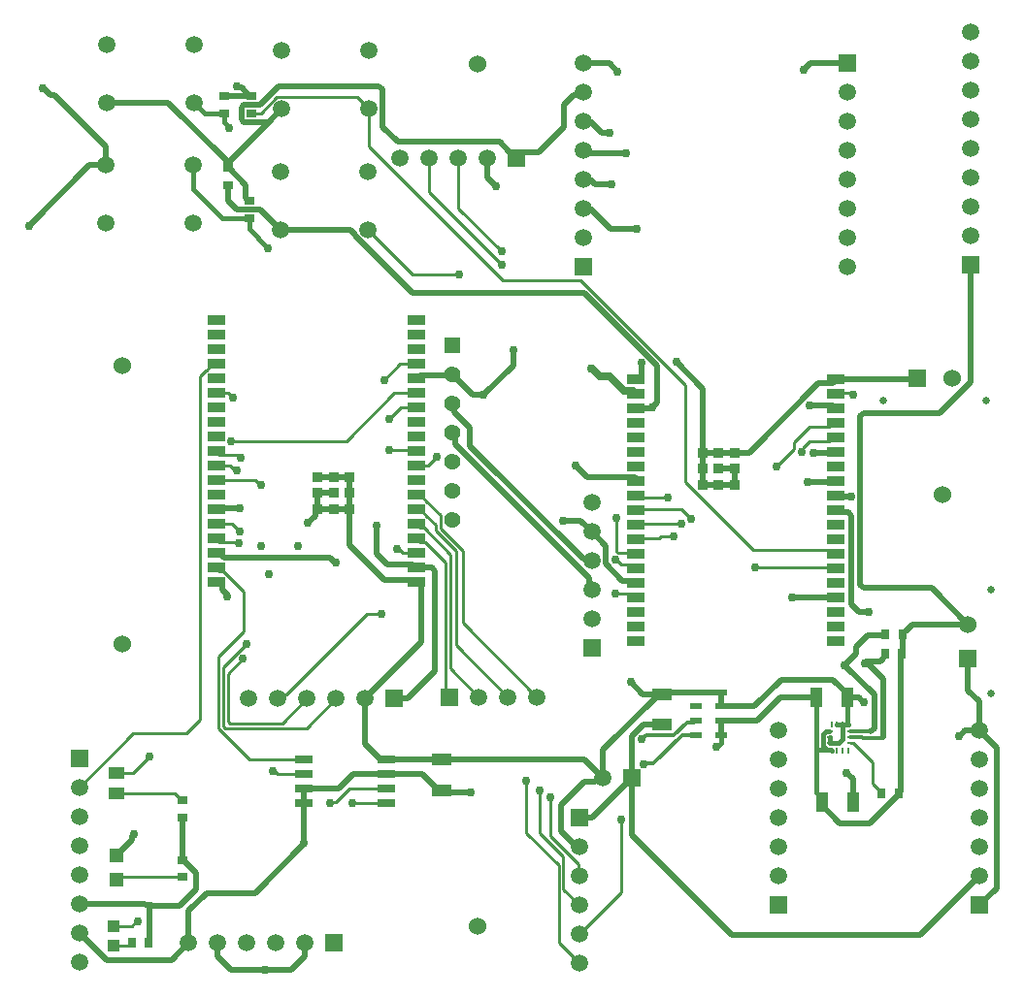
<source format=gtl>
G04*
G04 #@! TF.GenerationSoftware,Altium Limited,Altium Designer,22.2.1 (43)*
G04*
G04 Layer_Physical_Order=1*
G04 Layer_Color=255*
%FSLAX25Y25*%
%MOIN*%
G70*
G04*
G04 #@! TF.SameCoordinates,BF82E168-2CF8-4A2D-AB3A-859FEF8C30B5*
G04*
G04*
G04 #@! TF.FilePolarity,Positive*
G04*
G01*
G75*
%ADD14C,0.01000*%
%ADD18R,0.05906X0.03543*%
%ADD19R,0.03543X0.03543*%
%ADD20R,0.04331X0.02362*%
%ADD21R,0.04700X0.04700*%
%ADD22R,0.02756X0.03543*%
%ADD23R,0.05512X0.03937*%
%ADD24R,0.03937X0.04331*%
%ADD25R,0.00984X0.01870*%
%ADD26R,0.01870X0.00984*%
%ADD27R,0.06496X0.02559*%
%ADD28R,0.03543X0.02756*%
%ADD29R,0.06693X0.04331*%
%ADD30R,0.04331X0.06693*%
%ADD54C,0.01200*%
%ADD55C,0.01900*%
%ADD56C,0.01500*%
%ADD57C,0.02500*%
%ADD58C,0.05906*%
%ADD59R,0.05906X0.05906*%
%ADD60R,0.05906X0.05906*%
%ADD61C,0.02500*%
%ADD62C,0.06024*%
%ADD63R,0.06024X0.06024*%
%ADD64C,0.05610*%
%ADD65R,0.05610X0.05610*%
%ADD66C,0.06000*%
%ADD67R,0.06024X0.06024*%
%ADD68C,0.03000*%
D14*
X208277Y-191580D02*
X214551D01*
X222430Y-186580D02*
X223048Y-185962D01*
X227300D01*
X230013Y-181580D02*
X230259Y-181826D01*
X214551Y-181580D02*
X230013D01*
X168900Y-98100D02*
X195499D01*
X231400Y-134001D01*
Y-167318D02*
Y-134001D01*
X122900Y-52100D02*
X168900Y-98100D01*
X122900Y-52100D02*
Y-39148D01*
X268649Y-153751D02*
X274108Y-148292D01*
X262807Y-162007D02*
X268649Y-156165D01*
Y-153751D01*
X209520Y-195749D02*
X211938D01*
X207393Y-194163D02*
X207934D01*
X209520Y-195749D01*
X207691Y-190995D02*
X208277Y-191580D01*
X207691Y-190995D02*
Y-179909D01*
X207800Y-179800D01*
X211938Y-195749D02*
X213209Y-197020D01*
X214551Y-186580D02*
X222430D01*
X271572Y-156907D02*
X271955Y-156524D01*
Y-155545D02*
X274208Y-153292D01*
X271955Y-156524D02*
Y-155545D01*
X274108Y-148292D02*
X280835D01*
X85347Y-168412D02*
X85888D01*
X83736Y-166800D02*
X85347Y-168412D01*
X78659Y-158900D02*
X78750D01*
X283668Y-167200D02*
X283769Y-167100D01*
X229980Y-176580D02*
X233300Y-179900D01*
X42959Y-318500D02*
X43500D01*
X35000Y-319953D02*
X41505D01*
X42959Y-318500D01*
X213209Y-197020D02*
X214390D01*
X149100Y-239700D02*
X150600Y-241200D01*
X149100Y-239700D02*
Y-194900D01*
X142272Y-188072D02*
X149100Y-194900D01*
X141772Y-183072D02*
X150900Y-192200D01*
Y-231500D02*
X160600Y-241200D01*
X150900Y-231500D02*
Y-192200D01*
X145847Y-184047D02*
X152800Y-191000D01*
Y-223400D02*
X170600Y-241200D01*
X152800Y-223400D02*
Y-191000D01*
X147447Y-183385D02*
X155200Y-191137D01*
Y-215800D02*
X180600Y-241200D01*
X155200Y-215800D02*
Y-191137D01*
X118847Y-35095D02*
X122900Y-39148D01*
X82300Y-40600D02*
X85716D01*
X91221Y-35095D02*
X118847D01*
X85716Y-40600D02*
X91221Y-35095D01*
X153400Y-73200D02*
X168300Y-88100D01*
X153400Y-73200D02*
Y-56100D01*
X143400Y-67700D02*
Y-56100D01*
Y-67700D02*
X168500Y-92800D01*
X137900Y-96100D02*
X153700D01*
X122500Y-80700D02*
X137900Y-96100D01*
X128000Y-132200D02*
X133400Y-126800D01*
X70300Y-166800D02*
X83736D01*
X77772Y-188072D02*
X78100Y-188400D01*
X71572Y-188072D02*
X77772D01*
X215771Y-172800D02*
X225400D01*
X209600Y-308200D02*
Y-283500D01*
X111363Y-277421D02*
X116084Y-272700D01*
X109679Y-277421D02*
X111363D01*
X116084Y-272700D02*
X128873D01*
X109400Y-277700D02*
X109679Y-277421D01*
X79800Y-218783D02*
Y-205020D01*
X72852Y-198072D02*
X79800Y-205020D01*
X71182Y-227401D02*
X79800Y-218783D01*
X70300Y-196800D02*
X71572Y-198072D01*
X72852D01*
X71182Y-252059D02*
X81823Y-262700D01*
X71182Y-252059D02*
Y-227401D01*
X81823Y-262700D02*
X100527D01*
X73368Y-251982D02*
X101318D01*
X72782Y-251396D02*
Y-231118D01*
Y-251396D02*
X73368Y-251982D01*
X74400Y-249614D02*
Y-233337D01*
Y-249614D02*
X74986Y-250200D01*
X93100D01*
X72782Y-231118D02*
X80900Y-223000D01*
X74400Y-233337D02*
X79589Y-228149D01*
X64800Y-249056D02*
Y-131020D01*
X60090Y-253766D02*
X64800Y-249056D01*
X66892Y-128928D02*
X66991D01*
X64800Y-131020D02*
X66892Y-128928D01*
X66991D02*
X69119Y-126800D01*
X41934Y-253766D02*
X60090D01*
X231400Y-167318D02*
X254831Y-190749D01*
X207528Y-205828D02*
X213799D01*
X207400Y-205700D02*
X207528Y-205828D01*
X213799D02*
X214551Y-206580D01*
X91600Y-241700D02*
X92927D01*
X94376Y-240251D01*
X122100Y-212600D02*
X127200D01*
X94376Y-240251D02*
X94449D01*
X122100Y-212600D01*
X115100Y-153300D02*
X131600Y-136800D01*
X139198D01*
X75500Y-153300D02*
X115100D01*
X140469Y-188072D02*
X142272D01*
X139198Y-186800D02*
X140469Y-188072D01*
Y-183072D02*
X141772D01*
X139198Y-181800D02*
X140469Y-183072D01*
X147447Y-183385D02*
Y-178770D01*
X145847Y-184047D02*
Y-182170D01*
X142543Y-173866D02*
X147447Y-178770D01*
X139198Y-171800D02*
X140379D01*
X142507Y-178928D02*
X142606D01*
X145847Y-182170D01*
X140379Y-171800D02*
X142444Y-173866D01*
X142543D01*
X140379Y-176800D02*
X142507Y-178928D01*
X139198Y-176800D02*
X140379D01*
X214551Y-176580D02*
X229980D01*
X215171Y-172200D02*
X215771Y-172800D01*
X274208Y-153292D02*
X280835D01*
X282107Y-152020D01*
X280835Y-148292D02*
X282107Y-147020D01*
X70300Y-176800D02*
X70700Y-176400D01*
X75700Y-181800D02*
X78300Y-184400D01*
X283068Y-196800D02*
X283288Y-197020D01*
X255400Y-196800D02*
X283068D01*
X176900Y-288044D02*
Y-270000D01*
Y-288044D02*
X188000Y-299144D01*
X181500Y-287863D02*
Y-273400D01*
X89900Y-266700D02*
X90441D01*
X91441Y-267700D01*
X100527D01*
X129900Y-145800D02*
X133900Y-141800D01*
X139198D01*
X129900Y-156500D02*
X138898D01*
X254831Y-190749D02*
X282016D01*
X283288Y-192020D01*
X132500Y-190400D02*
X133041D01*
X134441Y-191800D02*
X139198D01*
X133041Y-190400D02*
X134441Y-191800D01*
X195100Y-322700D02*
X209600Y-308200D01*
X188000Y-325600D02*
Y-299144D01*
Y-325600D02*
X195100Y-332700D01*
X189600Y-307200D02*
Y-295963D01*
X194733Y-302333D02*
Y-298833D01*
X185000Y-289100D02*
Y-275700D01*
X194733Y-302333D02*
X195100Y-302700D01*
X185000Y-289100D02*
X194733Y-298833D01*
X181500Y-287863D02*
X189600Y-295963D01*
Y-307200D02*
X195100Y-312700D01*
X282107Y-147020D02*
X283288D01*
X282107Y-152020D02*
X283288D01*
X93100Y-250200D02*
X101600Y-241700D01*
X79589Y-228149D02*
Y-227989D01*
X101318Y-251982D02*
X111600Y-241700D01*
X70300Y-136800D02*
X74400D01*
X76000Y-138400D01*
X70300Y-186800D02*
X71572Y-188072D01*
X70300Y-181800D02*
X75700D01*
X40469Y-326646D02*
X41347Y-325768D01*
Y-325746D01*
X35000Y-326646D02*
X40469D01*
X37000Y-303100D02*
X58700D01*
X36200Y-303900D02*
X37000Y-303100D01*
X56006Y-274443D02*
X58306Y-276743D01*
X36200Y-274443D02*
X56006D01*
X58306Y-276743D02*
X58700D01*
X41943Y-267357D02*
X47600Y-261700D01*
X36200Y-267357D02*
X41943D01*
X76859Y-163500D02*
X77400D01*
X75159Y-161800D02*
X76859Y-163500D01*
X70300Y-161800D02*
X75159D01*
X70300Y-156800D02*
X71572Y-158072D01*
X77830D01*
X78659Y-158900D01*
X288659Y-137500D02*
X289200D01*
X289169Y-257068D02*
X295900Y-263800D01*
Y-271059D02*
X298747Y-273906D01*
X295900Y-271059D02*
Y-263800D01*
X288193Y-257068D02*
X289169D01*
X298747Y-274300D02*
Y-273906D01*
X287739Y-136580D02*
X288659Y-137500D01*
X283449Y-136580D02*
X287739D01*
X138898Y-156500D02*
X139198Y-156800D01*
Y-161800D02*
X143100D01*
X146200Y-158700D01*
X133400Y-126800D02*
X139198D01*
X23500Y-272200D02*
X41934Y-253766D01*
X69119Y-126800D02*
X70300D01*
X117250Y-277650D02*
X128823D01*
X117200Y-277600D02*
X117250Y-277650D01*
X128823D02*
X128873Y-277700D01*
D18*
X283288Y-197020D02*
D03*
Y-132020D02*
D03*
Y-137020D02*
D03*
Y-142020D02*
D03*
Y-147020D02*
D03*
Y-152020D02*
D03*
Y-157020D02*
D03*
Y-162020D02*
D03*
Y-167020D02*
D03*
Y-172020D02*
D03*
Y-177020D02*
D03*
Y-182020D02*
D03*
Y-187020D02*
D03*
Y-192020D02*
D03*
Y-202020D02*
D03*
Y-207020D02*
D03*
Y-212020D02*
D03*
Y-217020D02*
D03*
Y-222020D02*
D03*
X214390D02*
D03*
Y-217020D02*
D03*
Y-212020D02*
D03*
Y-207020D02*
D03*
Y-202020D02*
D03*
Y-197020D02*
D03*
Y-192020D02*
D03*
Y-187020D02*
D03*
Y-182020D02*
D03*
Y-177020D02*
D03*
Y-172020D02*
D03*
Y-167020D02*
D03*
Y-162020D02*
D03*
Y-157020D02*
D03*
Y-152020D02*
D03*
Y-147020D02*
D03*
Y-142020D02*
D03*
Y-137020D02*
D03*
Y-132020D02*
D03*
X70300Y-201800D02*
D03*
Y-196800D02*
D03*
Y-191800D02*
D03*
Y-186800D02*
D03*
Y-181800D02*
D03*
Y-176800D02*
D03*
Y-171800D02*
D03*
Y-166800D02*
D03*
Y-161800D02*
D03*
Y-156800D02*
D03*
Y-151800D02*
D03*
Y-146800D02*
D03*
Y-141800D02*
D03*
Y-136800D02*
D03*
Y-131800D02*
D03*
Y-126800D02*
D03*
Y-121800D02*
D03*
Y-116800D02*
D03*
Y-111800D02*
D03*
X139198D02*
D03*
Y-116800D02*
D03*
Y-121800D02*
D03*
Y-126800D02*
D03*
Y-131800D02*
D03*
Y-136800D02*
D03*
Y-141800D02*
D03*
Y-146800D02*
D03*
Y-151800D02*
D03*
Y-156800D02*
D03*
Y-161800D02*
D03*
Y-166800D02*
D03*
Y-171800D02*
D03*
Y-176800D02*
D03*
Y-181800D02*
D03*
Y-186800D02*
D03*
Y-191800D02*
D03*
Y-196800D02*
D03*
Y-201800D02*
D03*
D19*
X237422Y-162729D02*
D03*
Y-157217D02*
D03*
X242934D02*
D03*
X248446D02*
D03*
Y-162729D02*
D03*
Y-168241D02*
D03*
X242934D02*
D03*
X237422D02*
D03*
X242934Y-162729D02*
D03*
X116166Y-171091D02*
D03*
Y-176603D02*
D03*
X110654D02*
D03*
X105142D02*
D03*
Y-171091D02*
D03*
Y-165579D02*
D03*
X110654D02*
D03*
X116166D02*
D03*
X110654Y-171091D02*
D03*
D20*
X243631Y-254282D02*
D03*
Y-249361D02*
D03*
Y-244439D02*
D03*
Y-239518D02*
D03*
X234969D02*
D03*
Y-244439D02*
D03*
Y-249361D02*
D03*
Y-254282D02*
D03*
D21*
X36200Y-303900D02*
D03*
Y-295600D02*
D03*
D22*
X300095Y-219800D02*
D03*
X306000D02*
D03*
X300047Y-226500D02*
D03*
X305953D02*
D03*
X304653Y-274300D02*
D03*
X298747D02*
D03*
X41347Y-325746D02*
D03*
X47253D02*
D03*
D23*
X36200Y-274443D02*
D03*
Y-267357D02*
D03*
D24*
X35000Y-319953D02*
D03*
Y-326646D02*
D03*
D25*
X287553Y-250523D02*
D03*
X285584D02*
D03*
X283616D02*
D03*
X281647D02*
D03*
Y-259677D02*
D03*
X283616D02*
D03*
X285584D02*
D03*
X287553D02*
D03*
D26*
X281008Y-253132D02*
D03*
Y-255100D02*
D03*
Y-257068D02*
D03*
X288193D02*
D03*
Y-255100D02*
D03*
Y-253132D02*
D03*
D27*
X128873Y-277700D02*
D03*
Y-272700D02*
D03*
Y-267700D02*
D03*
Y-262700D02*
D03*
X100527D02*
D03*
Y-267700D02*
D03*
Y-272700D02*
D03*
Y-277700D02*
D03*
D28*
X58700Y-297195D02*
D03*
Y-303100D02*
D03*
Y-282649D02*
D03*
Y-276743D02*
D03*
X74400Y-59450D02*
D03*
Y-65355D02*
D03*
X81800Y-70695D02*
D03*
Y-76600D02*
D03*
X73200Y-34694D02*
D03*
Y-40600D02*
D03*
X82300Y-34694D02*
D03*
Y-40600D02*
D03*
D29*
X223500Y-250815D02*
D03*
Y-240185D02*
D03*
X147900Y-273300D02*
D03*
Y-262670D02*
D03*
D30*
X289015Y-277200D02*
D03*
X278385D02*
D03*
X287000Y-241300D02*
D03*
X276370D02*
D03*
D54*
X218003Y-254300D02*
X227600D01*
X232008Y-249892D01*
X216400Y-255800D02*
X216503D01*
X218003Y-254300D01*
X232008Y-249892D02*
X234438D01*
X234969Y-249361D01*
X220450Y-264150D02*
X230318Y-254282D01*
X217257Y-264150D02*
X220450D01*
X217150Y-264257D02*
X217257Y-264150D01*
X292334Y-255281D02*
X299118D01*
X292153Y-255100D02*
X292334Y-255281D01*
X288193Y-255100D02*
X292153D01*
X299118Y-255281D02*
X299300Y-255100D01*
X288193Y-253132D02*
X295069D01*
X299619Y-226928D02*
X300047Y-226500D01*
X299619Y-227987D02*
Y-226928D01*
X299834Y-220060D02*
X300095Y-219800D01*
X230318Y-254282D02*
X234969D01*
D55*
X213100Y-269000D02*
Y-254787D01*
X217072Y-250815D02*
X223500D01*
X213100Y-254787D02*
X217072Y-250815D01*
X57800Y-313100D02*
X63415Y-307485D01*
X47400Y-313100D02*
X57800D01*
X63415Y-307485D02*
Y-301516D01*
X196400Y-73500D02*
X198900D01*
X196400Y-63500D02*
X198900D01*
X196400Y-53500D02*
X197400Y-54500D01*
X196400Y-43500D02*
X198900D01*
X272200Y-25800D02*
X274500Y-23500D01*
X287200D01*
X189700Y-37827D02*
X193260Y-34266D01*
X189700Y-45400D02*
Y-37827D01*
X181203Y-53897D02*
X189700Y-45400D01*
X193260Y-34266D02*
X195634D01*
X196400Y-33500D01*
X175603Y-53897D02*
X181203D01*
X196400Y-23500D02*
X205400D01*
X208100Y-26200D01*
X173400Y-56100D02*
X175603Y-53897D01*
X74400Y-70600D02*
Y-65355D01*
Y-70600D02*
X77422Y-73623D01*
X85422D01*
X92500Y-80700D01*
X221700Y-140137D02*
Y-127200D01*
X220200Y-141800D02*
Y-141637D01*
X221700Y-140137D01*
X220090Y-141910D02*
X220200Y-141800D01*
X216341Y-141910D02*
X220090D01*
X216012Y-141580D02*
X216341Y-141910D01*
X137800Y-102200D02*
X196700D01*
X120803Y-85203D02*
X137800Y-102200D01*
X120635Y-85203D02*
X120803D01*
X196700Y-102200D02*
X221700Y-127200D01*
X116300Y-80700D02*
X117997Y-82397D01*
Y-82565D02*
X120635Y-85203D01*
X216393Y-131199D02*
Y-126604D01*
X117997Y-82565D02*
Y-82397D01*
X216393Y-126604D02*
X216592Y-126406D01*
X214390Y-132020D02*
X215572D01*
X216393Y-131199D01*
X205900Y-80500D02*
X214803D01*
X204102Y-195502D02*
Y-189302D01*
X199300Y-184500D02*
X204102Y-189302D01*
X200400Y-65000D02*
X206000D01*
X198900Y-63500D02*
X200400Y-65000D01*
X197849Y-165749D02*
X214141D01*
X193800Y-161700D02*
X197849Y-165749D01*
X75189Y-59022D02*
Y-56859D01*
X74761Y-59450D02*
X75189Y-59022D01*
Y-56859D02*
X88520Y-43528D01*
X73785Y-59022D02*
X74213Y-59450D01*
X53957Y-36858D02*
X73785Y-56685D01*
Y-59022D02*
Y-56685D01*
X74213Y-59450D02*
X74794D01*
X32698Y-36858D02*
X53957D01*
X79886Y-43528D02*
X88520D01*
X92900Y-39148D01*
X291191Y-241500D02*
X292603Y-242912D01*
X287200Y-241500D02*
X291191D01*
X292603Y-242912D02*
X292812D01*
X287000Y-241300D02*
X287200Y-241500D01*
X287487Y-177776D02*
X288600Y-178889D01*
X284044Y-177776D02*
X287487D01*
X283288Y-177020D02*
X284044Y-177776D01*
X288600Y-209400D02*
Y-178889D01*
Y-209400D02*
X291100Y-211900D01*
X294500D01*
X293057Y-229566D02*
X293461Y-229162D01*
X157500Y-154900D02*
Y-148600D01*
X151500Y-140467D02*
X152210Y-141177D01*
Y-143310D02*
Y-141177D01*
Y-143310D02*
X157500Y-148600D01*
Y-154900D02*
X196334Y-193734D01*
X290275Y-226325D02*
Y-223925D01*
X286200Y-230400D02*
X296300Y-240500D01*
X286200Y-230400D02*
X290275Y-226325D01*
Y-223925D02*
X294140Y-220060D01*
X296300Y-251900D02*
Y-240500D01*
X198534Y-193734D02*
X199300Y-194500D01*
X196334Y-193734D02*
X198534D01*
X109615Y-193478D02*
X111037Y-194900D01*
X111300D01*
X70300Y-191800D02*
X71481D01*
X73159Y-193478D01*
X109615D01*
X295069Y-253132D02*
X296300Y-251900D01*
X293461Y-229162D02*
X299300Y-235000D01*
Y-255100D02*
Y-235000D01*
X298445Y-229162D02*
X299619Y-227987D01*
X293461Y-229162D02*
X298445D01*
X294140Y-220060D02*
X299834D01*
X273500Y-167200D02*
X283668D01*
X274300Y-141000D02*
X282268D01*
X274243Y-140943D02*
X274300Y-141000D01*
X277239Y-133292D02*
X282016D01*
X248446Y-157217D02*
X253314D01*
X277239Y-133292D01*
X242934Y-157217D02*
X248446D01*
X291600Y-202687D02*
Y-144691D01*
X316111Y-203800D02*
X328600Y-216289D01*
X292713Y-203800D02*
X316111D01*
X291600Y-202687D02*
X292713Y-203800D01*
X305953Y-226500D02*
X305976Y-226476D01*
X305300Y-227153D02*
X305953Y-226500D01*
X100600Y-291200D02*
Y-277773D01*
Y-291700D02*
Y-291200D01*
X47326Y-325673D02*
Y-313174D01*
X47400Y-313100D01*
X47253Y-325746D02*
X47326Y-325673D01*
X59522Y-297622D02*
X63415Y-301516D01*
X59128Y-297622D02*
X59522D01*
X58700Y-297195D02*
X59128Y-297622D01*
X71481Y-201800D02*
X72303Y-202622D01*
Y-204362D02*
X73989Y-206048D01*
Y-206590D02*
X74200Y-206800D01*
X73989Y-206590D02*
Y-206048D01*
X72303Y-204362D02*
Y-202622D01*
X195600Y-180800D02*
X199300Y-184500D01*
X209799Y-201199D02*
X213569D01*
X204102Y-195502D02*
X209799Y-201199D01*
X213569D02*
X214390Y-202020D01*
X140128Y-201800D02*
X140800Y-202472D01*
X121600Y-241700D02*
X140800Y-222500D01*
Y-202472D01*
X104321Y-178979D02*
Y-177425D01*
X105142Y-176603D01*
X101900Y-181400D02*
X104321Y-178979D01*
X188800Y-287484D02*
Y-278300D01*
Y-287484D02*
X194016Y-292700D01*
X195100D01*
X188800Y-278300D02*
X196832Y-270268D01*
X200505D01*
X201773Y-269000D02*
X203100D01*
X200505Y-270268D02*
X201773Y-269000D01*
X196770Y-262670D02*
X203100Y-269000D01*
X255161Y-244439D02*
X264300Y-235300D01*
X282181D02*
X287000Y-240119D01*
X264300Y-235300D02*
X282181D01*
X110654Y-176603D02*
X116166D01*
X287000Y-241300D02*
Y-240119D01*
X222319Y-240185D02*
X223500D01*
X203100Y-259404D02*
X222319Y-240185D01*
X105142Y-176603D02*
X110654D01*
X216785Y-240185D02*
X222319D01*
X212700Y-236100D02*
X216785Y-240185D01*
X105142Y-165579D02*
X110654D01*
X243631Y-244439D02*
X255161D01*
X234969Y-239518D02*
X243631D01*
X223500Y-240185D02*
X224167Y-239518D01*
X147900Y-262670D02*
X196770D01*
X138327Y-200930D02*
X139198Y-201800D01*
X116166Y-188966D02*
Y-176603D01*
X105142D02*
Y-171091D01*
X243631Y-244439D02*
Y-239518D01*
X147870Y-262700D02*
X147900Y-262670D01*
X116166Y-188966D02*
X128130Y-200930D01*
X110654Y-165579D02*
X116166D01*
X105142Y-171091D02*
X110654D01*
X128873Y-262700D02*
X147870D01*
X126905D02*
X128873D01*
X116166Y-171091D02*
Y-165579D01*
X224167Y-239518D02*
X234969D01*
X121600Y-257395D02*
X126905Y-262700D01*
X128130Y-200930D02*
X138327D01*
X203100Y-269000D02*
Y-259404D01*
X121600Y-257395D02*
Y-241700D01*
X116166Y-176603D02*
Y-171091D01*
X318822Y-143578D02*
X329300Y-133100D01*
Y-92700D01*
X292713Y-143578D02*
X318822D01*
X291600Y-144691D02*
X292713Y-143578D01*
X284169Y-172300D02*
X288300D01*
X294746Y-284600D02*
X304653Y-274694D01*
X278385Y-278381D02*
X284604Y-284600D01*
X294746D01*
X55000Y-331600D02*
X60800Y-325800D01*
X32900Y-331600D02*
X55000D01*
X23500Y-322200D02*
X32900Y-331600D01*
X125600Y-191900D02*
Y-182500D01*
X129228Y-195528D02*
X137926D01*
X125600Y-191900D02*
X129228Y-195528D01*
X139198Y-196800D02*
X144387D01*
X137926Y-195528D02*
X139198Y-196800D01*
X144387D02*
X145500Y-197913D01*
Y-232253D02*
Y-197913D01*
X136053Y-241700D02*
X145500Y-232253D01*
X172300Y-127200D02*
Y-122336D01*
X172618Y-122018D01*
X162000Y-137500D02*
X172300Y-127200D01*
X131600Y-241700D02*
X136053D01*
X11056Y-31960D02*
X13333Y-34237D01*
X10650Y-31960D02*
X11056D01*
X13333Y-34237D02*
X14737D01*
X32600Y-52100D01*
X126287Y-31200D02*
X127400Y-32313D01*
Y-37280D02*
X127403Y-37283D01*
X127400Y-41016D02*
X127403Y-41013D01*
X127400Y-45200D02*
Y-41016D01*
X85428Y-37672D02*
X91900Y-31200D01*
X127400Y-37280D02*
Y-32313D01*
X127403Y-41013D02*
Y-37283D01*
X91900Y-31200D02*
X126287D01*
X79886Y-37672D02*
X85428D01*
X78978Y-42620D02*
X79886Y-43528D01*
X78978Y-42620D02*
Y-38580D01*
X79886Y-37672D01*
X170947Y-53647D02*
X173400Y-56100D01*
X132700Y-50500D02*
X167800D01*
X74794Y-59450D02*
X80528Y-65184D01*
X127400Y-45200D02*
X132700Y-50500D01*
X167800D02*
X170947Y-53647D01*
X170947D01*
X80528Y-69816D02*
X81406Y-70695D01*
X80528Y-69816D02*
Y-65184D01*
X81406Y-70695D02*
X81800D01*
X173400Y-56100D02*
Y-56100D01*
X163400Y-62700D02*
Y-56100D01*
Y-62700D02*
X166300Y-65600D01*
X78995Y-31783D02*
X81906Y-34694D01*
X77683Y-31783D02*
X78995D01*
X77300Y-31400D02*
X77683Y-31783D01*
X73200Y-34694D02*
X81906D01*
X82300D01*
X92500Y-80700D02*
X116300D01*
X286900Y-267313D02*
X289015Y-269428D01*
X286900Y-267313D02*
Y-267300D01*
X289015Y-277200D02*
Y-269428D01*
X32600Y-58410D02*
Y-52100D01*
X26890Y-58410D02*
X32600D01*
X6000Y-79300D02*
X26890Y-58410D01*
X268200Y-207100D02*
X282329D01*
X152439Y-154311D02*
Y-151406D01*
Y-154311D02*
X198361Y-200234D01*
X151500Y-150467D02*
X152439Y-151406D01*
X198361Y-203561D02*
X199300Y-204500D01*
X198361Y-203561D02*
Y-200234D01*
X189600Y-180800D02*
X195600D01*
X148600Y-274000D02*
X157700D01*
X147900Y-273300D02*
X148600Y-274000D01*
X146719Y-273300D02*
X147900D01*
X128873Y-267700D02*
X141119D01*
X146719Y-273300D01*
X70300Y-201800D02*
X71481D01*
X237422Y-157217D02*
Y-135222D01*
X228300Y-126100D02*
X237422Y-135222D01*
X214141Y-165749D02*
X215492Y-167100D01*
X312170Y-323100D02*
X332500Y-302770D01*
X247400Y-323100D02*
X312170D01*
X213100Y-288800D02*
X247400Y-323100D01*
X213100Y-288800D02*
Y-269000D01*
X278385Y-278381D02*
Y-277200D01*
X325300Y-254700D02*
X325683D01*
X327613Y-252770D02*
X332500D01*
X325683Y-254700D02*
X327613Y-252770D01*
X304653Y-274300D02*
X305300Y-273653D01*
Y-227153D01*
X304653Y-274694D02*
Y-274300D01*
X332500Y-252770D02*
Y-242771D01*
X328600Y-238871D02*
X332500Y-242771D01*
X328600Y-238871D02*
Y-228100D01*
X243631Y-249361D02*
X255970D01*
X264031Y-241300D01*
X276370D01*
X242647Y-249361D02*
X243631D01*
Y-254282D02*
Y-249361D01*
X195100Y-282700D02*
X199400D01*
X213100Y-269000D01*
X332500Y-252770D02*
X338400Y-258670D01*
Y-306870D02*
Y-258670D01*
X332500Y-312770D02*
X338400Y-306870D01*
X307272Y-218528D02*
X309511Y-216289D01*
X328600D01*
X306000Y-219800D02*
Y-219406D01*
X306878Y-218528D01*
X307272D01*
X305976Y-219824D02*
X306000Y-219800D01*
X305976Y-226476D02*
Y-219824D01*
X242934Y-168241D02*
X248446D01*
X237422D02*
X242934D01*
X237422D02*
Y-162729D01*
Y-157217D01*
X242934D01*
Y-162729D02*
X248446D01*
Y-168241D02*
Y-162729D01*
X282016Y-133292D02*
X283288Y-132020D01*
X283009Y-157300D02*
X283288Y-157020D01*
X275600Y-157300D02*
X283009D01*
X282268Y-141000D02*
X283288Y-142020D01*
X310869Y-132020D02*
X311289Y-131600D01*
X283288Y-132020D02*
X310869D01*
X158533Y-137500D02*
X162000D01*
X151500Y-130467D02*
X158533Y-137500D01*
X140469Y-130528D02*
X151439D01*
X139198Y-131800D02*
X140469Y-130528D01*
X70700Y-176400D02*
X78300D01*
X112590Y-272700D02*
X117590Y-267700D01*
X128873D01*
X100527Y-272700D02*
X112590D01*
X83751Y-308549D02*
X100600Y-291700D01*
X100527Y-277700D02*
X100600Y-277773D01*
X100527Y-277700D02*
Y-272700D01*
X58700Y-297195D02*
Y-282649D01*
X67051Y-308549D02*
X83751D01*
X60800Y-325800D02*
Y-314800D01*
X67051Y-308549D01*
X46859Y-313100D02*
X47400D01*
X23500Y-312200D02*
X45959D01*
X46859Y-313100D01*
X70800Y-330300D02*
Y-325800D01*
Y-330300D02*
X75500Y-335000D01*
X87000D01*
X96000D01*
X100747Y-330253D01*
Y-325853D01*
X100800Y-325800D01*
X36200Y-295600D02*
X41617Y-290183D01*
Y-288883D01*
X42000Y-288700D02*
Y-288500D01*
X41617Y-288883D02*
X42000Y-288500D01*
X197400Y-54500D02*
X211200D01*
X202800Y-47400D02*
X205500D01*
X198900Y-43500D02*
X202800Y-47400D01*
X198900Y-73500D02*
X205900Y-80500D01*
D56*
X72600Y-76600D02*
X81800D01*
X62600Y-66600D02*
X72600Y-76600D01*
X62600Y-66600D02*
Y-58410D01*
X276370Y-259492D02*
X280094D01*
X278722Y-254049D02*
X279771Y-253000D01*
X280800D01*
X278722Y-258120D02*
Y-254049D01*
X280094Y-259492D02*
X281462D01*
X278722Y-258120D02*
X280094Y-259492D01*
X281462D02*
X281647Y-259677D01*
X276370Y-274004D02*
Y-259492D01*
Y-274004D02*
X278385Y-276019D01*
X276370Y-259492D02*
Y-241300D01*
X278385Y-277200D02*
Y-276019D01*
X281008Y-257068D02*
Y-255100D01*
X284132Y-257068D02*
X285458Y-255742D01*
X281008Y-257068D02*
X284132D01*
X285458Y-255742D02*
Y-250650D01*
X285584Y-250523D01*
X287480D01*
X287000Y-250043D02*
X287480Y-250523D01*
X287000Y-250043D02*
Y-241300D01*
X287480Y-250523D02*
X287553D01*
X283616D02*
X285584D01*
X243631Y-254628D02*
Y-254282D01*
X243715Y-256885D02*
Y-254713D01*
X242100Y-258500D02*
X243715Y-256885D01*
X243631Y-254628D02*
X243715Y-254713D01*
X74700Y-45800D02*
Y-45259D01*
X73200Y-43759D02*
X74700Y-45259D01*
X73200Y-43759D02*
Y-40600D01*
X81800Y-80500D02*
X88200Y-86900D01*
X81800Y-80500D02*
Y-76600D01*
X66441Y-40600D02*
X73200D01*
X62698Y-36858D02*
X66441Y-40600D01*
D57*
X205571Y-131071D02*
X210533Y-136033D01*
X202256Y-131071D02*
X205571D01*
X199250Y-128200D02*
X199385D01*
X202256Y-131071D01*
X213403Y-136033D02*
X214390Y-137020D01*
X210533Y-136033D02*
X213403D01*
D58*
X287200Y-93500D02*
D03*
Y-83500D02*
D03*
Y-73500D02*
D03*
Y-63500D02*
D03*
Y-53500D02*
D03*
Y-43500D02*
D03*
Y-33500D02*
D03*
X332500Y-252770D02*
D03*
Y-262770D02*
D03*
Y-272770D02*
D03*
Y-282770D02*
D03*
Y-302770D02*
D03*
Y-292770D02*
D03*
X163400Y-56100D02*
D03*
X153400D02*
D03*
X143400D02*
D03*
X133400D02*
D03*
X199300Y-174500D02*
D03*
Y-184500D02*
D03*
Y-194500D02*
D03*
Y-204500D02*
D03*
Y-214500D02*
D03*
X92900Y-39148D02*
D03*
X122900D02*
D03*
X92900Y-19148D02*
D03*
X122900D02*
D03*
X329300Y-72700D02*
D03*
Y-62700D02*
D03*
Y-52700D02*
D03*
Y-42700D02*
D03*
Y-32700D02*
D03*
Y-22700D02*
D03*
Y-12700D02*
D03*
Y-82700D02*
D03*
X196400Y-83500D02*
D03*
Y-73500D02*
D03*
Y-63500D02*
D03*
Y-53500D02*
D03*
Y-43500D02*
D03*
Y-33500D02*
D03*
Y-23500D02*
D03*
X23500Y-272200D02*
D03*
Y-282200D02*
D03*
Y-292200D02*
D03*
Y-302200D02*
D03*
Y-312200D02*
D03*
Y-322200D02*
D03*
Y-332200D02*
D03*
X263300Y-252770D02*
D03*
Y-262770D02*
D03*
Y-272770D02*
D03*
Y-282770D02*
D03*
Y-302770D02*
D03*
Y-292770D02*
D03*
X100800Y-325800D02*
D03*
X90800D02*
D03*
X80800D02*
D03*
X70800D02*
D03*
X60800D02*
D03*
X121600Y-241700D02*
D03*
X111600D02*
D03*
X101600D02*
D03*
X91600D02*
D03*
X81600D02*
D03*
X195100Y-292700D02*
D03*
Y-302700D02*
D03*
Y-312700D02*
D03*
Y-322700D02*
D03*
Y-332700D02*
D03*
X180600Y-241200D02*
D03*
X170600D02*
D03*
X160600D02*
D03*
X203100Y-269000D02*
D03*
X32698Y-36858D02*
D03*
X62698D02*
D03*
X32698Y-16858D02*
D03*
X62698D02*
D03*
X122500Y-60700D02*
D03*
X92500D02*
D03*
X122500Y-80700D02*
D03*
X92500D02*
D03*
X32600Y-78410D02*
D03*
X62600D02*
D03*
X32600Y-58410D02*
D03*
X62600D02*
D03*
D59*
X287200Y-23500D02*
D03*
X332500Y-312770D02*
D03*
X199300Y-224500D02*
D03*
X329300Y-92700D02*
D03*
X196400Y-93500D02*
D03*
X23500Y-262200D02*
D03*
X263300Y-312770D02*
D03*
X195100Y-282700D02*
D03*
D60*
X173400Y-56100D02*
D03*
X110800Y-325800D02*
D03*
X131600Y-241700D02*
D03*
X150600Y-241200D02*
D03*
X213100Y-269000D02*
D03*
D61*
X334911Y-139316D02*
D03*
X299478D02*
D03*
X336316Y-204478D02*
D03*
Y-239911D02*
D03*
D62*
X323100Y-131600D02*
D03*
X328600Y-216289D02*
D03*
D63*
X311289Y-131600D02*
D03*
D64*
X151500Y-180467D02*
D03*
Y-170467D02*
D03*
Y-160467D02*
D03*
Y-150467D02*
D03*
Y-140467D02*
D03*
Y-130467D02*
D03*
D65*
Y-120467D02*
D03*
D66*
X38100Y-223000D02*
D03*
X160000Y-320000D02*
D03*
Y-23700D02*
D03*
X319900Y-171800D02*
D03*
X38100Y-127400D02*
D03*
D67*
X328600Y-228100D02*
D03*
D68*
X216400Y-255800D02*
D03*
X227300Y-185962D02*
D03*
X230259Y-181826D02*
D03*
X217150Y-264257D02*
D03*
X220200Y-141800D02*
D03*
X216592Y-126406D02*
D03*
X262807Y-162007D02*
D03*
X214803Y-80500D02*
D03*
X207393Y-194163D02*
D03*
X207800Y-179800D02*
D03*
X206000Y-65000D02*
D03*
X199250Y-128200D02*
D03*
X193800Y-161700D02*
D03*
X271572Y-156907D02*
D03*
X292812Y-242912D02*
D03*
X294500Y-211900D02*
D03*
X293057Y-229566D02*
D03*
X85888Y-168412D02*
D03*
X78750Y-158900D02*
D03*
X286200Y-230400D02*
D03*
X273500Y-167200D02*
D03*
X274243Y-140943D02*
D03*
X233300Y-179900D02*
D03*
X43500Y-318500D02*
D03*
X242100Y-258500D02*
D03*
X288300Y-172300D02*
D03*
X172618Y-122018D02*
D03*
X10650Y-31960D02*
D03*
X125600Y-182500D02*
D03*
X168300Y-88100D02*
D03*
X168500Y-92800D02*
D03*
X153700Y-96100D02*
D03*
X166300Y-65600D02*
D03*
X77300Y-31400D02*
D03*
X286900Y-267300D02*
D03*
X6000Y-79300D02*
D03*
X268200Y-207100D02*
D03*
X189600Y-180800D02*
D03*
X128000Y-132200D02*
D03*
X98600Y-189200D02*
D03*
X85846D02*
D03*
X111300Y-194900D02*
D03*
X78100Y-188400D02*
D03*
X225400Y-172800D02*
D03*
X212700Y-236100D02*
D03*
X157700Y-274000D02*
D03*
X209600Y-283500D02*
D03*
X74200Y-206800D02*
D03*
X101900Y-181400D02*
D03*
X88400Y-199000D02*
D03*
X80900Y-223000D02*
D03*
X228300Y-126100D02*
D03*
X325300Y-254700D02*
D03*
X207400Y-205700D02*
D03*
X275600Y-157300D02*
D03*
X272200Y-25800D02*
D03*
X208100Y-26200D02*
D03*
X162000Y-137500D02*
D03*
X74700Y-45800D02*
D03*
X78300Y-176400D02*
D03*
Y-184400D02*
D03*
X127200Y-212600D02*
D03*
X100600Y-291200D02*
D03*
X47400Y-313100D02*
D03*
X87000Y-335000D02*
D03*
X42000Y-288500D02*
D03*
X255400Y-196800D02*
D03*
X176900Y-270000D02*
D03*
X181500Y-273400D02*
D03*
X89900Y-266700D02*
D03*
X129900Y-156500D02*
D03*
Y-145800D02*
D03*
X88200Y-86900D02*
D03*
X185000Y-275700D02*
D03*
X132500Y-190400D02*
D03*
X79589Y-227989D02*
D03*
X76000Y-138400D02*
D03*
X75500Y-153300D02*
D03*
X211200Y-54500D02*
D03*
X77400Y-163500D02*
D03*
X289200Y-137500D02*
D03*
X146200Y-158700D02*
D03*
X47600Y-261700D02*
D03*
X205500Y-47400D02*
D03*
X117200Y-277600D02*
D03*
X109400Y-277700D02*
D03*
M02*

</source>
